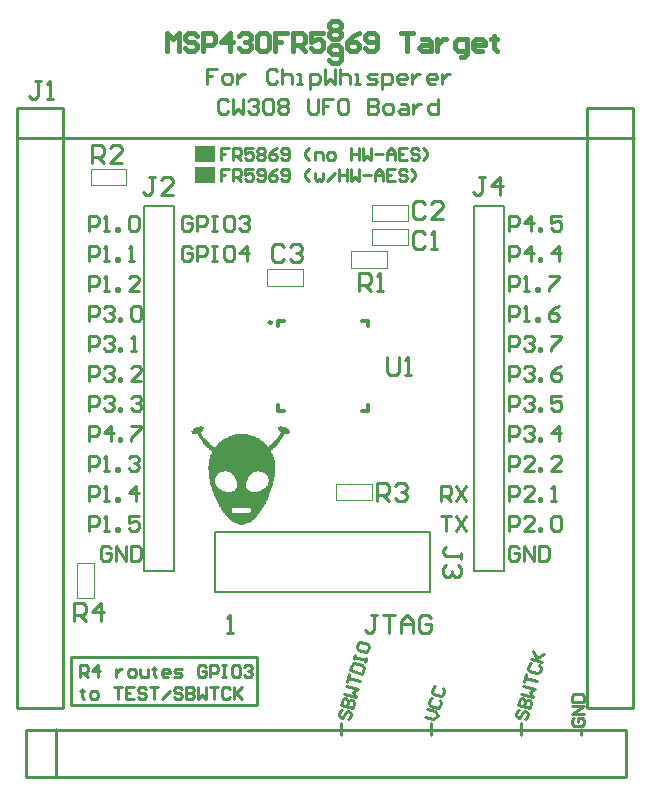
<source format=gto>
G04 Layer_Color=65535*
%FSLAX25Y25*%
%MOIN*%
G70*
G01*
G75*
%ADD16C,0.01000*%
%ADD31C,0.00984*%
%ADD32C,0.01181*%
%ADD33C,0.00394*%
%ADD34C,0.00787*%
%ADD35C,0.01500*%
%ADD36R,0.06500X0.05500*%
G36*
X188546Y216741D02*
X189400D01*
Y216527D01*
X189827D01*
Y216314D01*
X190254D01*
Y216100D01*
X190468D01*
Y215886D01*
X190682D01*
Y215673D01*
X190895D01*
Y215459D01*
X191109D01*
Y215246D01*
Y215032D01*
Y214818D01*
Y214605D01*
X190895D01*
Y214391D01*
X189186D01*
Y214177D01*
Y213964D01*
X188973D01*
Y213750D01*
X188759D01*
Y213536D01*
Y213323D01*
X188546D01*
Y213109D01*
Y212895D01*
X188332D01*
Y212682D01*
Y212468D01*
X188118D01*
Y212255D01*
X187905D01*
Y212041D01*
X187691D01*
Y211827D01*
Y211614D01*
X187477D01*
Y211400D01*
X187264D01*
Y211186D01*
X187050D01*
Y210973D01*
Y210759D01*
X186836D01*
Y210545D01*
X186623D01*
Y210332D01*
X186409D01*
Y210118D01*
X186196D01*
Y209905D01*
X185982D01*
Y209691D01*
X185768D01*
Y209477D01*
X185555D01*
Y209264D01*
X185341D01*
Y209050D01*
X184914D01*
Y208836D01*
X184700D01*
Y208623D01*
Y208409D01*
X184914D01*
Y208195D01*
Y207982D01*
X185127D01*
Y207768D01*
Y207555D01*
X185341D01*
Y207341D01*
Y207127D01*
Y206914D01*
X185555D01*
Y206700D01*
Y206486D01*
X185768D01*
Y206273D01*
Y206059D01*
Y205845D01*
Y205632D01*
X185982D01*
Y205418D01*
Y205205D01*
Y204991D01*
Y204777D01*
Y204564D01*
X186196D01*
Y204350D01*
Y204136D01*
Y203923D01*
Y203709D01*
Y203496D01*
Y203282D01*
Y203068D01*
Y202854D01*
Y202641D01*
Y202427D01*
Y202214D01*
Y202000D01*
Y201786D01*
Y201573D01*
Y201359D01*
Y201146D01*
X185982D01*
Y200932D01*
Y200718D01*
Y200504D01*
Y200291D01*
Y200077D01*
Y199864D01*
X185768D01*
Y199650D01*
Y199436D01*
Y199223D01*
Y199009D01*
Y198795D01*
X185555D01*
Y198582D01*
Y198368D01*
Y198154D01*
Y197941D01*
X185341D01*
Y197727D01*
Y197514D01*
Y197300D01*
Y197086D01*
X185127D01*
Y196873D01*
Y196659D01*
Y196446D01*
X184914D01*
Y196232D01*
Y196018D01*
Y195805D01*
Y195591D01*
X184700D01*
Y195377D01*
Y195164D01*
X184486D01*
Y194950D01*
Y194736D01*
Y194523D01*
X184273D01*
Y194309D01*
Y194096D01*
Y193882D01*
X184059D01*
Y193668D01*
Y193455D01*
X183845D01*
Y193241D01*
Y193027D01*
Y192814D01*
X183632D01*
Y192600D01*
Y192386D01*
X183418D01*
Y192173D01*
Y191959D01*
X183204D01*
Y191745D01*
Y191532D01*
X182991D01*
Y191318D01*
Y191104D01*
X182777D01*
Y190891D01*
Y190677D01*
X182564D01*
Y190464D01*
Y190250D01*
X182350D01*
Y190036D01*
X182136D01*
Y189823D01*
Y189609D01*
X181923D01*
Y189395D01*
Y189182D01*
X181709D01*
Y188968D01*
X181495D01*
Y188754D01*
Y188541D01*
X181282D01*
Y188327D01*
X181068D01*
Y188114D01*
Y187900D01*
X180854D01*
Y187686D01*
X180641D01*
Y187473D01*
X180427D01*
Y187259D01*
X180214D01*
Y187046D01*
X180000D01*
Y186832D01*
Y186618D01*
X179786D01*
Y186405D01*
X179573D01*
Y186191D01*
X179359D01*
Y185977D01*
X179146D01*
Y185764D01*
X178718D01*
Y185550D01*
X178505D01*
Y185336D01*
X178291D01*
Y185123D01*
X177864D01*
Y184909D01*
X177650D01*
Y184695D01*
X177223D01*
Y184482D01*
X176582D01*
Y184268D01*
X175941D01*
Y184055D01*
X174232D01*
Y184268D01*
X173377D01*
Y184482D01*
X172950D01*
Y184695D01*
X172523D01*
Y184909D01*
X172096D01*
Y185123D01*
X171882D01*
Y185336D01*
X171455D01*
Y185550D01*
X171241D01*
Y185764D01*
X171027D01*
Y185977D01*
X170814D01*
Y186191D01*
X170600D01*
Y186405D01*
X170386D01*
Y186618D01*
X170173D01*
Y186832D01*
X169959D01*
Y187046D01*
X169746D01*
Y187259D01*
X169532D01*
Y187473D01*
X169318D01*
Y187686D01*
Y187900D01*
X169105D01*
Y188114D01*
X168891D01*
Y188327D01*
X168677D01*
Y188541D01*
Y188754D01*
X168464D01*
Y188968D01*
X168250D01*
Y189182D01*
Y189395D01*
X168036D01*
Y189609D01*
Y189823D01*
X167823D01*
Y190036D01*
X167609D01*
Y190250D01*
Y190464D01*
X167395D01*
Y190677D01*
Y190891D01*
X167182D01*
Y191104D01*
Y191318D01*
X166968D01*
Y191532D01*
Y191745D01*
X166754D01*
Y191959D01*
Y192173D01*
X166541D01*
Y192386D01*
Y192600D01*
X166327D01*
Y192814D01*
Y193027D01*
X166114D01*
Y193241D01*
Y193455D01*
Y193668D01*
X165900D01*
Y193882D01*
Y194096D01*
X165686D01*
Y194309D01*
Y194523D01*
Y194736D01*
X165473D01*
Y194950D01*
Y195164D01*
Y195377D01*
X165259D01*
Y195591D01*
Y195805D01*
Y196018D01*
X165045D01*
Y196232D01*
Y196446D01*
Y196659D01*
X164832D01*
Y196873D01*
Y197086D01*
Y197300D01*
X164618D01*
Y197514D01*
Y197727D01*
Y197941D01*
Y198154D01*
X164404D01*
Y198368D01*
Y198582D01*
Y198795D01*
Y199009D01*
Y199223D01*
X164191D01*
Y199436D01*
Y199650D01*
Y199864D01*
Y200077D01*
Y200291D01*
X163977D01*
Y200504D01*
Y200718D01*
Y200932D01*
Y201146D01*
Y201359D01*
Y201573D01*
Y201786D01*
Y202000D01*
Y202214D01*
X163764D01*
Y202427D01*
Y202641D01*
Y202854D01*
Y203068D01*
Y203282D01*
Y203496D01*
Y203709D01*
X163977D01*
Y203923D01*
Y204136D01*
Y204350D01*
Y204564D01*
Y204777D01*
Y204991D01*
Y205205D01*
X164191D01*
Y205418D01*
Y205632D01*
Y205845D01*
Y206059D01*
X164404D01*
Y206273D01*
Y206486D01*
Y206700D01*
X164618D01*
Y206914D01*
Y207127D01*
Y207341D01*
X164832D01*
Y207555D01*
Y207768D01*
X165045D01*
Y207982D01*
Y208195D01*
X165259D01*
Y208409D01*
X165045D01*
Y208623D01*
X164832D01*
Y208836D01*
X164404D01*
Y209050D01*
X164191D01*
Y209264D01*
X163977D01*
Y209477D01*
X163764D01*
Y209691D01*
X163550D01*
Y209905D01*
X163336D01*
Y210118D01*
X163123D01*
Y210332D01*
X162909D01*
Y210545D01*
X162696D01*
Y210759D01*
X162482D01*
Y210973D01*
X162268D01*
Y211186D01*
Y211400D01*
X162055D01*
Y211614D01*
X161841D01*
Y211827D01*
X161627D01*
Y212041D01*
Y212255D01*
X161414D01*
Y212468D01*
X161200D01*
Y212682D01*
Y212895D01*
X160986D01*
Y213109D01*
X160773D01*
Y213323D01*
Y213536D01*
X160559D01*
Y213750D01*
Y213964D01*
X160345D01*
Y214177D01*
Y214391D01*
X158423D01*
Y214605D01*
Y214818D01*
X158209D01*
Y215032D01*
Y215246D01*
X158423D01*
Y215459D01*
X158636D01*
Y215673D01*
X158850D01*
Y215886D01*
X159064D01*
Y216100D01*
X159277D01*
Y216314D01*
X159704D01*
Y216527D01*
X160132D01*
Y216741D01*
X160986D01*
Y216955D01*
X161841D01*
Y216741D01*
X162268D01*
Y216527D01*
X162482D01*
Y216314D01*
Y216100D01*
X162268D01*
Y215886D01*
Y215673D01*
X162055D01*
Y215459D01*
X161841D01*
Y215246D01*
X161627D01*
Y215032D01*
X161414D01*
Y214818D01*
Y214605D01*
Y214391D01*
X161627D01*
Y214177D01*
X161841D01*
Y213964D01*
Y213750D01*
X162055D01*
Y213536D01*
X162268D01*
Y213323D01*
Y213109D01*
X162482D01*
Y212895D01*
X162696D01*
Y212682D01*
X162909D01*
Y212468D01*
X163123D01*
Y212255D01*
X163336D01*
Y212041D01*
X163550D01*
Y211827D01*
X163764D01*
Y211614D01*
X163977D01*
Y211400D01*
X164191D01*
Y211186D01*
X164404D01*
Y210973D01*
X164618D01*
Y210759D01*
X164832D01*
Y210545D01*
X165259D01*
Y210332D01*
X165473D01*
Y210118D01*
X165900D01*
Y209905D01*
X166327D01*
Y210118D01*
X166541D01*
Y210332D01*
X166754D01*
Y210545D01*
Y210759D01*
X166968D01*
Y210973D01*
X167182D01*
Y211186D01*
X167395D01*
Y211400D01*
X167609D01*
Y211614D01*
X168036D01*
Y211827D01*
X168250D01*
Y212041D01*
X168464D01*
Y212255D01*
X168891D01*
Y212468D01*
X169105D01*
Y212682D01*
X169532D01*
Y212895D01*
X169959D01*
Y213109D01*
X170386D01*
Y213323D01*
X170814D01*
Y213536D01*
X171241D01*
Y213750D01*
X171882D01*
Y213964D01*
X172736D01*
Y214177D01*
X174445D01*
Y214391D01*
X175727D01*
Y214177D01*
X177223D01*
Y213964D01*
X178077D01*
Y213750D01*
X178718D01*
Y213536D01*
X179359D01*
Y213323D01*
X179786D01*
Y213109D01*
X180214D01*
Y212895D01*
X180641D01*
Y212682D01*
X180854D01*
Y212468D01*
X181282D01*
Y212255D01*
X181495D01*
Y212041D01*
X181923D01*
Y211827D01*
X182136D01*
Y211614D01*
X182350D01*
Y211400D01*
X182564D01*
Y211186D01*
X182777D01*
Y210973D01*
X182991D01*
Y210759D01*
X183204D01*
Y210545D01*
X183418D01*
Y210332D01*
X183632D01*
Y210118D01*
X184059D01*
Y210332D01*
X184273D01*
Y210545D01*
X184486D01*
Y210759D01*
X184914D01*
Y210973D01*
X185127D01*
Y211186D01*
X185341D01*
Y211400D01*
X185555D01*
Y211614D01*
X185768D01*
Y211827D01*
X185982D01*
Y212041D01*
X186196D01*
Y212255D01*
X186409D01*
Y212468D01*
X186623D01*
Y212682D01*
X186836D01*
Y212895D01*
X187050D01*
Y213109D01*
Y213323D01*
X187264D01*
Y213536D01*
X187477D01*
Y213750D01*
Y213964D01*
X187691D01*
Y214177D01*
X187905D01*
Y214391D01*
Y214605D01*
X188118D01*
Y214818D01*
Y215032D01*
X187905D01*
Y215246D01*
X187691D01*
Y215459D01*
X187477D01*
Y215673D01*
X187264D01*
Y215886D01*
X187050D01*
Y216100D01*
Y216314D01*
Y216527D01*
X187264D01*
Y216741D01*
X187691D01*
Y216955D01*
X188546D01*
Y216741D01*
D02*
G37*
%LPC*%
G36*
X177864Y189609D02*
X171882D01*
Y189395D01*
Y189182D01*
Y188968D01*
Y188754D01*
Y188541D01*
Y188327D01*
Y188114D01*
X177864D01*
Y188327D01*
X178077D01*
Y188541D01*
Y188754D01*
Y188968D01*
Y189182D01*
Y189395D01*
X177864D01*
Y189609D01*
D02*
G37*
G36*
X169959Y202000D02*
X169105D01*
Y201786D01*
X168250D01*
Y201573D01*
X167823D01*
Y201359D01*
X167609D01*
Y201146D01*
X167182D01*
Y200932D01*
X166968D01*
Y200718D01*
X166754D01*
Y200504D01*
Y200291D01*
X166541D01*
Y200077D01*
X166327D01*
Y199864D01*
Y199650D01*
X166114D01*
Y199436D01*
Y199223D01*
Y199009D01*
Y198795D01*
Y198582D01*
Y198368D01*
Y198154D01*
Y197941D01*
Y197727D01*
X166327D01*
Y197514D01*
Y197300D01*
X166541D01*
Y197086D01*
X166754D01*
Y196873D01*
Y196659D01*
X166968D01*
Y196446D01*
X167182D01*
Y196232D01*
X167395D01*
Y196018D01*
X167823D01*
Y195805D01*
X168036D01*
Y195591D01*
X168464D01*
Y195377D01*
X168891D01*
Y195164D01*
X169532D01*
Y194950D01*
X171882D01*
Y195164D01*
X172523D01*
Y195377D01*
X172736D01*
Y195591D01*
X172950D01*
Y195805D01*
X173164D01*
Y196018D01*
Y196232D01*
X173377D01*
Y196446D01*
Y196659D01*
Y196873D01*
Y197086D01*
Y197300D01*
Y197514D01*
Y197727D01*
Y197941D01*
Y198154D01*
Y198368D01*
Y198582D01*
X173164D01*
Y198795D01*
Y199009D01*
Y199223D01*
X172950D01*
Y199436D01*
Y199650D01*
X172736D01*
Y199864D01*
Y200077D01*
X172523D01*
Y200291D01*
X172309D01*
Y200504D01*
X172096D01*
Y200718D01*
X171882D01*
Y200932D01*
X171668D01*
Y201146D01*
X171455D01*
Y201359D01*
X171241D01*
Y201573D01*
X170814D01*
Y201786D01*
X169959D01*
Y202000D01*
D02*
G37*
G36*
X180854D02*
X180000D01*
Y201786D01*
X179359D01*
Y201573D01*
X178932D01*
Y201359D01*
X178505D01*
Y201146D01*
X178291D01*
Y200932D01*
X178077D01*
Y200718D01*
X177864D01*
Y200504D01*
X177650D01*
Y200291D01*
X177436D01*
Y200077D01*
Y199864D01*
X177223D01*
Y199650D01*
Y199436D01*
X177009D01*
Y199223D01*
Y199009D01*
X176795D01*
Y198795D01*
Y198582D01*
Y198368D01*
Y198154D01*
X176582D01*
Y197941D01*
Y197727D01*
Y197514D01*
Y197300D01*
Y197086D01*
Y196873D01*
Y196659D01*
Y196446D01*
X176795D01*
Y196232D01*
Y196018D01*
X177009D01*
Y195805D01*
X177223D01*
Y195591D01*
X177436D01*
Y195377D01*
X177650D01*
Y195164D01*
X178077D01*
Y194950D01*
X180427D01*
Y195164D01*
X181068D01*
Y195377D01*
X181495D01*
Y195591D01*
X181923D01*
Y195805D01*
X182350D01*
Y196018D01*
X182564D01*
Y196232D01*
X182777D01*
Y196446D01*
X182991D01*
Y196659D01*
X183204D01*
Y196873D01*
X183418D01*
Y197086D01*
X183632D01*
Y197300D01*
Y197514D01*
X183845D01*
Y197727D01*
Y197941D01*
Y198154D01*
X184059D01*
Y198368D01*
Y198582D01*
Y198795D01*
Y199009D01*
Y199223D01*
X183845D01*
Y199436D01*
Y199650D01*
Y199864D01*
X183632D01*
Y200077D01*
Y200291D01*
X183418D01*
Y200504D01*
X183204D01*
Y200718D01*
X182991D01*
Y200932D01*
X182777D01*
Y201146D01*
X182564D01*
Y201359D01*
X182136D01*
Y201573D01*
X181709D01*
Y201786D01*
X180854D01*
Y202000D01*
D02*
G37*
%LPD*%
D16*
X288000Y114000D02*
Y116000D01*
X268000Y114000D02*
Y118000D01*
X238000Y114000D02*
Y118000D01*
X208000Y114000D02*
Y118000D01*
X118000Y124000D02*
Y140000D01*
Y124000D02*
X180000D01*
Y140000D01*
X118000D02*
X180000D01*
X305500Y123000D02*
Y323000D01*
X100126Y313000D02*
X115874D01*
X100126Y323000D02*
X115500D01*
Y123000D02*
Y323000D01*
X100126Y123000D02*
X115500D01*
X100126D02*
Y323000D01*
X113000Y100126D02*
Y115874D01*
X103000Y100126D02*
Y115500D01*
X303000D01*
Y100126D02*
Y115500D01*
X103000Y100126D02*
X303000D01*
X290126Y313000D02*
X305874D01*
X290126Y323000D02*
X305500D01*
X290126Y123000D02*
X305500D01*
X290126D02*
Y323000D01*
X115874Y313000D02*
X290126D01*
X121000Y133198D02*
Y137197D01*
X122999D01*
X123666Y136531D01*
Y135198D01*
X122999Y134531D01*
X121000D01*
X122333D02*
X123666Y133198D01*
X126998D02*
Y137197D01*
X124999Y135198D01*
X127664D01*
X132996Y135864D02*
Y133198D01*
Y134531D01*
X133663Y135198D01*
X134329Y135864D01*
X134995D01*
X137661Y133198D02*
X138994D01*
X139661Y133865D01*
Y135198D01*
X138994Y135864D01*
X137661D01*
X136995Y135198D01*
Y133865D01*
X137661Y133198D01*
X140994Y135864D02*
Y133865D01*
X141660Y133198D01*
X143659D01*
Y135864D01*
X145659Y136531D02*
Y135864D01*
X144992D01*
X146325D01*
X145659D01*
Y133865D01*
X146325Y133198D01*
X150324D02*
X148991D01*
X148325Y133865D01*
Y135198D01*
X148991Y135864D01*
X150324D01*
X150990Y135198D01*
Y134531D01*
X148325D01*
X152323Y133198D02*
X154323D01*
X154989Y133865D01*
X154323Y134531D01*
X152990D01*
X152323Y135198D01*
X152990Y135864D01*
X154989D01*
X162986Y136531D02*
X162320Y137197D01*
X160987D01*
X160321Y136531D01*
Y133865D01*
X160987Y133198D01*
X162320D01*
X162986Y133865D01*
Y135198D01*
X161653D01*
X164319Y133198D02*
Y137197D01*
X166319D01*
X166985Y136531D01*
Y135198D01*
X166319Y134531D01*
X164319D01*
X168318Y137197D02*
X169651D01*
X168984D01*
Y133198D01*
X168318D01*
X169651D01*
X173650Y137197D02*
X172317D01*
X171650Y136531D01*
Y133865D01*
X172317Y133198D01*
X173650D01*
X174316Y133865D01*
Y136531D01*
X173650Y137197D01*
X175649Y136531D02*
X176315Y137197D01*
X177648D01*
X178315Y136531D01*
Y135864D01*
X177648Y135198D01*
X176982D01*
X177648D01*
X178315Y134531D01*
Y133865D01*
X177648Y133198D01*
X176315D01*
X175649Y133865D01*
X121667Y129332D02*
Y128666D01*
X121000D01*
X122333D01*
X121667D01*
Y126666D01*
X122333Y126000D01*
X124999D02*
X126332D01*
X126998Y126666D01*
Y127999D01*
X126332Y128666D01*
X124999D01*
X124332Y127999D01*
Y126666D01*
X124999Y126000D01*
X132330Y129999D02*
X134995D01*
X133663D01*
Y126000D01*
X138994Y129999D02*
X136328D01*
Y126000D01*
X138994D01*
X136328Y127999D02*
X137661D01*
X142993Y129332D02*
X142326Y129999D01*
X140994D01*
X140327Y129332D01*
Y128666D01*
X140994Y127999D01*
X142326D01*
X142993Y127333D01*
Y126666D01*
X142326Y126000D01*
X140994D01*
X140327Y126666D01*
X144326Y129999D02*
X146992D01*
X145659D01*
Y126000D01*
X148325D02*
X150990Y128666D01*
X154989Y129332D02*
X154323Y129999D01*
X152990D01*
X152323Y129332D01*
Y128666D01*
X152990Y127999D01*
X154323D01*
X154989Y127333D01*
Y126666D01*
X154323Y126000D01*
X152990D01*
X152323Y126666D01*
X156322Y129999D02*
Y126000D01*
X158321D01*
X158988Y126666D01*
Y127333D01*
X158321Y127999D01*
X156322D01*
X158321D01*
X158988Y128666D01*
Y129332D01*
X158321Y129999D01*
X156322D01*
X160321D02*
Y126000D01*
X161653Y127333D01*
X162986Y126000D01*
Y129999D01*
X164319D02*
X166985D01*
X165652D01*
Y126000D01*
X170984Y129332D02*
X170317Y129999D01*
X168984D01*
X168318Y129332D01*
Y126666D01*
X168984Y126000D01*
X170317D01*
X170984Y126666D01*
X172317Y129999D02*
Y126000D01*
Y127333D01*
X174983Y129999D01*
X172983Y127999D01*
X174983Y126000D01*
X166832Y336063D02*
X163500D01*
Y333563D01*
X165166D01*
X163500D01*
Y331064D01*
X169331D02*
X170998D01*
X171831Y331897D01*
Y333563D01*
X170998Y334397D01*
X169331D01*
X168498Y333563D01*
Y331897D01*
X169331Y331064D01*
X173497Y334397D02*
Y331064D01*
Y332730D01*
X174330Y333563D01*
X175163Y334397D01*
X175996D01*
X186826Y335229D02*
X185993Y336063D01*
X184327D01*
X183493Y335229D01*
Y331897D01*
X184327Y331064D01*
X185993D01*
X186826Y331897D01*
X188492Y336063D02*
Y331064D01*
Y333563D01*
X189325Y334397D01*
X190991D01*
X191824Y333563D01*
Y331064D01*
X193490D02*
X195156D01*
X194323D01*
Y334397D01*
X193490D01*
X197656Y329398D02*
Y334397D01*
X200155D01*
X200988Y333563D01*
Y331897D01*
X200155Y331064D01*
X197656D01*
X202654Y336063D02*
Y331064D01*
X204320Y332730D01*
X205986Y331064D01*
Y336063D01*
X207652D02*
Y331064D01*
Y333563D01*
X208485Y334397D01*
X210152D01*
X210985Y333563D01*
Y331064D01*
X212651D02*
X214317D01*
X213484D01*
Y334397D01*
X212651D01*
X216816Y331064D02*
X219315D01*
X220148Y331897D01*
X219315Y332730D01*
X217649D01*
X216816Y333563D01*
X217649Y334397D01*
X220148D01*
X221814Y329398D02*
Y334397D01*
X224314D01*
X225147Y333563D01*
Y331897D01*
X224314Y331064D01*
X221814D01*
X229312D02*
X227646D01*
X226813Y331897D01*
Y333563D01*
X227646Y334397D01*
X229312D01*
X230145Y333563D01*
Y332730D01*
X226813D01*
X231811Y334397D02*
Y331064D01*
Y332730D01*
X232644Y333563D01*
X233477Y334397D01*
X234310D01*
X239309Y331064D02*
X237643D01*
X236810Y331897D01*
Y333563D01*
X237643Y334397D01*
X239309D01*
X240142Y333563D01*
Y332730D01*
X236810D01*
X241808Y334397D02*
Y331064D01*
Y332730D01*
X242641Y333563D01*
X243474Y334397D01*
X244307D01*
X170581Y325165D02*
X169748Y325998D01*
X168082D01*
X167249Y325165D01*
Y321833D01*
X168082Y321000D01*
X169748D01*
X170581Y321833D01*
X172247Y325998D02*
Y321000D01*
X173913Y322666D01*
X175579Y321000D01*
Y325998D01*
X177245Y325165D02*
X178079Y325998D01*
X179745D01*
X180578Y325165D01*
Y324332D01*
X179745Y323499D01*
X178912D01*
X179745D01*
X180578Y322666D01*
Y321833D01*
X179745Y321000D01*
X178079D01*
X177245Y321833D01*
X182244Y325165D02*
X183077Y325998D01*
X184743D01*
X185576Y325165D01*
Y321833D01*
X184743Y321000D01*
X183077D01*
X182244Y321833D01*
Y325165D01*
X187242D02*
X188075Y325998D01*
X189742D01*
X190575Y325165D01*
Y324332D01*
X189742Y323499D01*
X190575Y322666D01*
Y321833D01*
X189742Y321000D01*
X188075D01*
X187242Y321833D01*
Y322666D01*
X188075Y323499D01*
X187242Y324332D01*
Y325165D01*
X188075Y323499D02*
X189742D01*
X197239Y325998D02*
Y321833D01*
X198072Y321000D01*
X199738D01*
X200571Y321833D01*
Y325998D01*
X205570D02*
X202237D01*
Y323499D01*
X203904D01*
X202237D01*
Y321000D01*
X209735Y325998D02*
X208069D01*
X207236Y325165D01*
Y321833D01*
X208069Y321000D01*
X209735D01*
X210568Y321833D01*
Y325165D01*
X209735Y325998D01*
X217233D02*
Y321000D01*
X219732D01*
X220565Y321833D01*
Y322666D01*
X219732Y323499D01*
X217233D01*
X219732D01*
X220565Y324332D01*
Y325165D01*
X219732Y325998D01*
X217233D01*
X223064Y321000D02*
X224730D01*
X225563Y321833D01*
Y323499D01*
X224730Y324332D01*
X223064D01*
X222231Y323499D01*
Y321833D01*
X223064Y321000D01*
X228062Y324332D02*
X229729D01*
X230562Y323499D01*
Y321000D01*
X228062D01*
X227229Y321833D01*
X228062Y322666D01*
X230562D01*
X232228Y324332D02*
Y321000D01*
Y322666D01*
X233061Y323499D01*
X233894Y324332D01*
X234727D01*
X240558Y325998D02*
Y321000D01*
X238059D01*
X237226Y321833D01*
Y323499D01*
X238059Y324332D01*
X240558D01*
X170666Y309697D02*
X168000D01*
Y307698D01*
X169333D01*
X168000D01*
Y305698D01*
X171999D02*
Y309697D01*
X173998D01*
X174664Y309031D01*
Y307698D01*
X173998Y307031D01*
X171999D01*
X173332D02*
X174664Y305698D01*
X178663Y309697D02*
X175997D01*
Y307698D01*
X177330Y308364D01*
X177997D01*
X178663Y307698D01*
Y306365D01*
X177997Y305698D01*
X176664D01*
X175997Y306365D01*
X179996Y309031D02*
X180663Y309697D01*
X181995D01*
X182662Y309031D01*
Y308364D01*
X181995Y307698D01*
X182662Y307031D01*
Y306365D01*
X181995Y305698D01*
X180663D01*
X179996Y306365D01*
Y307031D01*
X180663Y307698D01*
X179996Y308364D01*
Y309031D01*
X180663Y307698D02*
X181995D01*
X186661Y309697D02*
X185328Y309031D01*
X183995Y307698D01*
Y306365D01*
X184661Y305698D01*
X185994D01*
X186661Y306365D01*
Y307031D01*
X185994Y307698D01*
X183995D01*
X187994Y306365D02*
X188660Y305698D01*
X189993D01*
X190659Y306365D01*
Y309031D01*
X189993Y309697D01*
X188660D01*
X187994Y309031D01*
Y308364D01*
X188660Y307698D01*
X190659D01*
X197324Y305698D02*
X195991Y307031D01*
Y308364D01*
X197324Y309697D01*
X199323Y305698D02*
Y308364D01*
X201323D01*
X201989Y307698D01*
Y305698D01*
X203988D02*
X205321D01*
X205988Y306365D01*
Y307698D01*
X205321Y308364D01*
X203988D01*
X203322Y307698D01*
Y306365D01*
X203988Y305698D01*
X211319Y309697D02*
Y305698D01*
Y307698D01*
X213985D01*
Y309697D01*
Y305698D01*
X215318Y309697D02*
Y305698D01*
X216651Y307031D01*
X217984Y305698D01*
Y309697D01*
X219317Y307698D02*
X221983D01*
X223316Y305698D02*
Y308364D01*
X224648Y309697D01*
X225981Y308364D01*
Y305698D01*
Y307698D01*
X223316D01*
X229980Y309697D02*
X227314D01*
Y305698D01*
X229980D01*
X227314Y307698D02*
X228647D01*
X233979Y309031D02*
X233312Y309697D01*
X231979D01*
X231313Y309031D01*
Y308364D01*
X231979Y307698D01*
X233312D01*
X233979Y307031D01*
Y306365D01*
X233312Y305698D01*
X231979D01*
X231313Y306365D01*
X235312Y305698D02*
X236645Y307031D01*
Y308364D01*
X235312Y309697D01*
X170666Y302499D02*
X168000D01*
Y300499D01*
X169333D01*
X168000D01*
Y298500D01*
X171999D02*
Y302499D01*
X173998D01*
X174664Y301832D01*
Y300499D01*
X173998Y299833D01*
X171999D01*
X173332D02*
X174664Y298500D01*
X178663Y302499D02*
X175997D01*
Y300499D01*
X177330Y301166D01*
X177997D01*
X178663Y300499D01*
Y299166D01*
X177997Y298500D01*
X176664D01*
X175997Y299166D01*
X179996D02*
X180663Y298500D01*
X181995D01*
X182662Y299166D01*
Y301832D01*
X181995Y302499D01*
X180663D01*
X179996Y301832D01*
Y301166D01*
X180663Y300499D01*
X182662D01*
X186661Y302499D02*
X185328Y301832D01*
X183995Y300499D01*
Y299166D01*
X184661Y298500D01*
X185994D01*
X186661Y299166D01*
Y299833D01*
X185994Y300499D01*
X183995D01*
X187994Y299166D02*
X188660Y298500D01*
X189993D01*
X190659Y299166D01*
Y301832D01*
X189993Y302499D01*
X188660D01*
X187994Y301832D01*
Y301166D01*
X188660Y300499D01*
X190659D01*
X197324Y298500D02*
X195991Y299833D01*
Y301166D01*
X197324Y302499D01*
X199323Y301166D02*
Y299166D01*
X199990Y298500D01*
X200656Y299166D01*
X201323Y298500D01*
X201989Y299166D01*
Y301166D01*
X203322Y298500D02*
X205988Y301166D01*
X207321Y302499D02*
Y298500D01*
Y300499D01*
X209986D01*
Y302499D01*
Y298500D01*
X211319Y302499D02*
Y298500D01*
X212652Y299833D01*
X213985Y298500D01*
Y302499D01*
X215318Y300499D02*
X217984D01*
X219317Y298500D02*
Y301166D01*
X220650Y302499D01*
X221983Y301166D01*
Y298500D01*
Y300499D01*
X219317D01*
X225981Y302499D02*
X223316D01*
Y298500D01*
X225981D01*
X223316Y300499D02*
X224648D01*
X229980Y301832D02*
X229313Y302499D01*
X227981D01*
X227314Y301832D01*
Y301166D01*
X227981Y300499D01*
X229313D01*
X229980Y299833D01*
Y299166D01*
X229313Y298500D01*
X227981D01*
X227314Y299166D01*
X231313Y298500D02*
X232646Y299833D01*
Y301166D01*
X231313Y302499D01*
X285668Y119666D02*
X285001Y118999D01*
Y117666D01*
X285668Y117000D01*
X288334D01*
X289000Y117666D01*
Y118999D01*
X288334Y119666D01*
X287001D01*
Y118333D01*
X289000Y120999D02*
X285001D01*
X289000Y123664D01*
X285001D01*
Y124997D02*
X289000D01*
Y126997D01*
X288334Y127663D01*
X285668D01*
X285001Y126997D01*
Y124997D01*
X236138Y120035D02*
X238713Y119345D01*
X240345Y120288D01*
X239403Y121920D01*
X236827Y122610D01*
X238506Y126300D02*
X237690Y125829D01*
X237345Y124541D01*
X237816Y123725D01*
X240391Y123035D01*
X241207Y123506D01*
X241552Y124794D01*
X241081Y125610D01*
X239541Y130162D02*
X238725Y129691D01*
X238380Y128404D01*
X238851Y127587D01*
X241426Y126897D01*
X242242Y127369D01*
X242587Y128656D01*
X242116Y129472D01*
X208471Y122437D02*
X207655Y121966D01*
X207310Y120679D01*
X207781Y119862D01*
X208425Y119690D01*
X209241Y120161D01*
X209586Y121449D01*
X210402Y121920D01*
X211046Y121748D01*
X211518Y120931D01*
X211173Y119644D01*
X210356Y119173D01*
X208172Y123897D02*
X212035Y122863D01*
X212552Y124794D01*
X212081Y125610D01*
X211437Y125782D01*
X210621Y125311D01*
X210104Y123380D01*
X210621Y125311D01*
X210150Y126127D01*
X209506Y126300D01*
X208690Y125829D01*
X208172Y123897D01*
X209207Y127760D02*
X213070Y126725D01*
X212127Y128357D01*
X213760Y129300D01*
X209897Y130335D01*
X210242Y131622D02*
X210932Y134197D01*
X210587Y132910D01*
X214450Y131875D01*
X211277Y135485D02*
X215140Y134450D01*
X215657Y136381D01*
X215186Y137197D01*
X212611Y137887D01*
X211795Y137416D01*
X211277Y135485D01*
X212312Y139347D02*
X212657Y140635D01*
X212485Y139991D01*
X216347Y138956D01*
X216175Y138312D01*
X216520Y139600D01*
X213692Y144497D02*
X213347Y143210D01*
X213818Y142394D01*
X216393Y141703D01*
X217210Y142175D01*
X217555Y143462D01*
X217083Y144279D01*
X214508Y144968D01*
X213692Y144497D01*
X267471Y122437D02*
X266655Y121966D01*
X266310Y120679D01*
X266781Y119862D01*
X267425Y119690D01*
X268241Y120161D01*
X268586Y121449D01*
X269403Y121920D01*
X270046Y121748D01*
X270517Y120931D01*
X270173Y119644D01*
X269356Y119173D01*
X267173Y123897D02*
X271035Y122863D01*
X271552Y124794D01*
X271081Y125610D01*
X270437Y125782D01*
X269621Y125311D01*
X269104Y123380D01*
X269621Y125311D01*
X269150Y126127D01*
X268506Y126300D01*
X267690Y125829D01*
X267173Y123897D01*
X268207Y127760D02*
X272070Y126725D01*
X271127Y128357D01*
X272760Y129300D01*
X268897Y130335D01*
X269242Y131622D02*
X269932Y134197D01*
X269587Y132910D01*
X273450Y131875D01*
X271611Y137887D02*
X270795Y137416D01*
X270450Y136128D01*
X270921Y135312D01*
X273496Y134622D01*
X274312Y135094D01*
X274657Y136381D01*
X274186Y137197D01*
X271312Y139347D02*
X275175Y138312D01*
X273887Y138657D01*
X272002Y141922D01*
X273416Y139473D01*
X275865Y140887D01*
X119000Y152000D02*
Y157998D01*
X121999D01*
X122999Y156998D01*
Y154999D01*
X121999Y153999D01*
X119000D01*
X120999D02*
X122999Y152000D01*
X127997D02*
Y157998D01*
X124998Y154999D01*
X128997D01*
X158332Y276165D02*
X157499Y276998D01*
X155833D01*
X155000Y276165D01*
Y272833D01*
X155833Y272000D01*
X157499D01*
X158332Y272833D01*
Y274499D01*
X156666D01*
X159998Y272000D02*
Y276998D01*
X162498D01*
X163331Y276165D01*
Y274499D01*
X162498Y273666D01*
X159998D01*
X164997Y276998D02*
X166663D01*
X165830D01*
Y272000D01*
X164997D01*
X166663D01*
X171661Y276998D02*
X169995D01*
X169162Y276165D01*
Y272833D01*
X169995Y272000D01*
X171661D01*
X172494Y272833D01*
Y276165D01*
X171661Y276998D01*
X176660Y272000D02*
Y276998D01*
X174161Y274499D01*
X177493D01*
X158332Y286165D02*
X157499Y286998D01*
X155833D01*
X155000Y286165D01*
Y282833D01*
X155833Y282000D01*
X157499D01*
X158332Y282833D01*
Y284499D01*
X156666D01*
X159998Y282000D02*
Y286998D01*
X162498D01*
X163331Y286165D01*
Y284499D01*
X162498Y283666D01*
X159998D01*
X164997Y286998D02*
X166663D01*
X165830D01*
Y282000D01*
X164997D01*
X166663D01*
X171661Y286998D02*
X169995D01*
X169162Y286165D01*
Y282833D01*
X169995Y282000D01*
X171661D01*
X172494Y282833D01*
Y286165D01*
X171661Y286998D01*
X174161Y286165D02*
X174994Y286998D01*
X176660D01*
X177493Y286165D01*
Y285332D01*
X176660Y284499D01*
X175827D01*
X176660D01*
X177493Y283666D01*
Y282833D01*
X176660Y282000D01*
X174994D01*
X174161Y282833D01*
X241500Y186998D02*
X244832D01*
X243166D01*
Y182000D01*
X246498Y186998D02*
X249831Y182000D01*
Y186998D02*
X246498Y182000D01*
X241500Y192000D02*
Y196998D01*
X243999D01*
X244832Y196165D01*
Y194499D01*
X243999Y193666D01*
X241500D01*
X243166D02*
X244832Y192000D01*
X246498Y196998D02*
X249831Y192000D01*
Y196998D02*
X246498Y192000D01*
X235999Y280998D02*
X234999Y281998D01*
X233000D01*
X232000Y280998D01*
Y277000D01*
X233000Y276000D01*
X234999D01*
X235999Y277000D01*
X237998Y276000D02*
X239997D01*
X238998D01*
Y281998D01*
X237998Y280998D01*
X235999Y290998D02*
X234999Y291998D01*
X233000D01*
X232000Y290998D01*
Y287000D01*
X233000Y286000D01*
X234999D01*
X235999Y287000D01*
X241997Y286000D02*
X237998D01*
X241997Y289999D01*
Y290998D01*
X240997Y291998D01*
X238998D01*
X237998Y290998D01*
X188999Y276498D02*
X187999Y277498D01*
X186000D01*
X185000Y276498D01*
Y272500D01*
X186000Y271500D01*
X187999D01*
X188999Y272500D01*
X190998Y276498D02*
X191998Y277498D01*
X193997D01*
X194997Y276498D01*
Y275499D01*
X193997Y274499D01*
X192997D01*
X193997D01*
X194997Y273499D01*
Y272500D01*
X193997Y271500D01*
X191998D01*
X190998Y272500D01*
X107999Y331998D02*
X105999D01*
X106999D01*
Y327000D01*
X105999Y326000D01*
X105000D01*
X104000Y327000D01*
X109998Y326000D02*
X111997D01*
X110998D01*
Y331998D01*
X109998Y330998D01*
X214000Y262000D02*
Y267998D01*
X216999D01*
X217999Y266998D01*
Y264999D01*
X216999Y263999D01*
X214000D01*
X215999D02*
X217999Y262000D01*
X219998D02*
X221997D01*
X220998D01*
Y267998D01*
X219998Y266998D01*
X125154Y304500D02*
Y310498D01*
X128153D01*
X129152Y309498D01*
Y307499D01*
X128153Y306499D01*
X125154D01*
X127153D02*
X129152Y304500D01*
X135150D02*
X131152D01*
X135150Y308499D01*
Y309498D01*
X134151Y310498D01*
X132151D01*
X131152Y309498D01*
X220000Y192000D02*
Y197998D01*
X222999D01*
X223999Y196998D01*
Y194999D01*
X222999Y193999D01*
X220000D01*
X221999D02*
X223999Y192000D01*
X225998Y196998D02*
X226998Y197998D01*
X228997D01*
X229997Y196998D01*
Y195999D01*
X228997Y194999D01*
X227997D01*
X228997D01*
X229997Y193999D01*
Y193000D01*
X228997Y192000D01*
X226998D01*
X225998Y193000D01*
X223500Y240120D02*
Y235122D01*
X224500Y234122D01*
X226499D01*
X227499Y235122D01*
Y240120D01*
X229498Y234122D02*
X231497D01*
X230498D01*
Y240120D01*
X229498Y239120D01*
X145999Y299998D02*
X143999D01*
X144999D01*
Y295000D01*
X143999Y294000D01*
X143000D01*
X142000Y295000D01*
X151997Y294000D02*
X147998D01*
X151997Y297999D01*
Y298998D01*
X150997Y299998D01*
X148998D01*
X147998Y298998D01*
X247998Y172501D02*
Y174501D01*
Y173501D01*
X243000D01*
X242000Y174501D01*
Y175500D01*
X243000Y176500D01*
X246998Y170502D02*
X247998Y169502D01*
Y167503D01*
X246998Y166503D01*
X245999D01*
X244999Y167503D01*
Y168503D01*
Y167503D01*
X243999Y166503D01*
X243000D01*
X242000Y167503D01*
Y169502D01*
X243000Y170502D01*
X255999Y299998D02*
X253999D01*
X254999D01*
Y295000D01*
X253999Y294000D01*
X253000D01*
X252000Y295000D01*
X260997Y294000D02*
Y299998D01*
X257998Y296999D01*
X261997D01*
X219999Y153998D02*
X217999D01*
X218999D01*
Y149000D01*
X217999Y148000D01*
X217000D01*
X216000Y149000D01*
X221998Y153998D02*
X225997D01*
X223997D01*
Y148000D01*
X227996D02*
Y151999D01*
X229995Y153998D01*
X231995Y151999D01*
Y148000D01*
Y150999D01*
X227996D01*
X237993Y152998D02*
X236993Y153998D01*
X234994D01*
X233994Y152998D01*
Y149000D01*
X234994Y148000D01*
X236993D01*
X237993Y149000D01*
Y150999D01*
X235994D01*
X170000Y148000D02*
X171999D01*
X171000D01*
Y153998D01*
X170000Y152998D01*
X264000Y282000D02*
Y286998D01*
X266499D01*
X267332Y286165D01*
Y284499D01*
X266499Y283666D01*
X264000D01*
X271498Y282000D02*
Y286998D01*
X268998Y284499D01*
X272331D01*
X273997Y282000D02*
Y282833D01*
X274830D01*
Y282000D01*
X273997D01*
X281494Y286998D02*
X278162D01*
Y284499D01*
X279828Y285332D01*
X280661D01*
X281494Y284499D01*
Y282833D01*
X280661Y282000D01*
X278995D01*
X278162Y282833D01*
X264000Y272000D02*
Y276998D01*
X266499D01*
X267332Y276165D01*
Y274499D01*
X266499Y273666D01*
X264000D01*
X271498Y272000D02*
Y276998D01*
X268998Y274499D01*
X272331D01*
X273997Y272000D02*
Y272833D01*
X274830D01*
Y272000D01*
X273997D01*
X280661D02*
Y276998D01*
X278162Y274499D01*
X281494D01*
X264000Y262000D02*
Y266998D01*
X266499D01*
X267332Y266165D01*
Y264499D01*
X266499Y263666D01*
X264000D01*
X268998Y262000D02*
X270665D01*
X269831D01*
Y266998D01*
X268998Y266165D01*
X273164Y262000D02*
Y262833D01*
X273997D01*
Y262000D01*
X273164D01*
X277329Y266998D02*
X280661D01*
Y266165D01*
X277329Y262833D01*
Y262000D01*
X264000Y252000D02*
Y256998D01*
X266499D01*
X267332Y256165D01*
Y254499D01*
X266499Y253666D01*
X264000D01*
X268998Y252000D02*
X270665D01*
X269831D01*
Y256998D01*
X268998Y256165D01*
X273164Y252000D02*
Y252833D01*
X273997D01*
Y252000D01*
X273164D01*
X280661Y256998D02*
X278995Y256165D01*
X277329Y254499D01*
Y252833D01*
X278162Y252000D01*
X279828D01*
X280661Y252833D01*
Y253666D01*
X279828Y254499D01*
X277329D01*
X264000Y242000D02*
Y246998D01*
X266499D01*
X267332Y246165D01*
Y244499D01*
X266499Y243666D01*
X264000D01*
X268998Y246165D02*
X269831Y246998D01*
X271498D01*
X272331Y246165D01*
Y245332D01*
X271498Y244499D01*
X270665D01*
X271498D01*
X272331Y243666D01*
Y242833D01*
X271498Y242000D01*
X269831D01*
X268998Y242833D01*
X273997Y242000D02*
Y242833D01*
X274830D01*
Y242000D01*
X273997D01*
X278162Y246998D02*
X281494D01*
Y246165D01*
X278162Y242833D01*
Y242000D01*
X264000Y232000D02*
Y236998D01*
X266499D01*
X267332Y236165D01*
Y234499D01*
X266499Y233666D01*
X264000D01*
X268998Y236165D02*
X269831Y236998D01*
X271498D01*
X272331Y236165D01*
Y235332D01*
X271498Y234499D01*
X270665D01*
X271498D01*
X272331Y233666D01*
Y232833D01*
X271498Y232000D01*
X269831D01*
X268998Y232833D01*
X273997Y232000D02*
Y232833D01*
X274830D01*
Y232000D01*
X273997D01*
X281494Y236998D02*
X279828Y236165D01*
X278162Y234499D01*
Y232833D01*
X278995Y232000D01*
X280661D01*
X281494Y232833D01*
Y233666D01*
X280661Y234499D01*
X278162D01*
X264000Y222000D02*
Y226998D01*
X266499D01*
X267332Y226165D01*
Y224499D01*
X266499Y223666D01*
X264000D01*
X268998Y226165D02*
X269831Y226998D01*
X271498D01*
X272331Y226165D01*
Y225332D01*
X271498Y224499D01*
X270665D01*
X271498D01*
X272331Y223666D01*
Y222833D01*
X271498Y222000D01*
X269831D01*
X268998Y222833D01*
X273997Y222000D02*
Y222833D01*
X274830D01*
Y222000D01*
X273997D01*
X281494Y226998D02*
X278162D01*
Y224499D01*
X279828Y225332D01*
X280661D01*
X281494Y224499D01*
Y222833D01*
X280661Y222000D01*
X278995D01*
X278162Y222833D01*
X264000Y212000D02*
Y216998D01*
X266499D01*
X267332Y216165D01*
Y214499D01*
X266499Y213666D01*
X264000D01*
X268998Y216165D02*
X269831Y216998D01*
X271498D01*
X272331Y216165D01*
Y215332D01*
X271498Y214499D01*
X270665D01*
X271498D01*
X272331Y213666D01*
Y212833D01*
X271498Y212000D01*
X269831D01*
X268998Y212833D01*
X273997Y212000D02*
Y212833D01*
X274830D01*
Y212000D01*
X273997D01*
X280661D02*
Y216998D01*
X278162Y214499D01*
X281494D01*
X264000Y202000D02*
Y206998D01*
X266499D01*
X267332Y206165D01*
Y204499D01*
X266499Y203666D01*
X264000D01*
X272331Y202000D02*
X268998D01*
X272331Y205332D01*
Y206165D01*
X271498Y206998D01*
X269831D01*
X268998Y206165D01*
X273997Y202000D02*
Y202833D01*
X274830D01*
Y202000D01*
X273997D01*
X281494D02*
X278162D01*
X281494Y205332D01*
Y206165D01*
X280661Y206998D01*
X278995D01*
X278162Y206165D01*
X264000Y192000D02*
Y196998D01*
X266499D01*
X267332Y196165D01*
Y194499D01*
X266499Y193666D01*
X264000D01*
X272331Y192000D02*
X268998D01*
X272331Y195332D01*
Y196165D01*
X271498Y196998D01*
X269831D01*
X268998Y196165D01*
X273997Y192000D02*
Y192833D01*
X274830D01*
Y192000D01*
X273997D01*
X278162D02*
X279828D01*
X278995D01*
Y196998D01*
X278162Y196165D01*
X264000Y182000D02*
Y186998D01*
X266499D01*
X267332Y186165D01*
Y184499D01*
X266499Y183666D01*
X264000D01*
X272331Y182000D02*
X268998D01*
X272331Y185332D01*
Y186165D01*
X271498Y186998D01*
X269831D01*
X268998Y186165D01*
X273997Y182000D02*
Y182833D01*
X274830D01*
Y182000D01*
X273997D01*
X278162Y186165D02*
X278995Y186998D01*
X280661D01*
X281494Y186165D01*
Y182833D01*
X280661Y182000D01*
X278995D01*
X278162Y182833D01*
Y186165D01*
X267332Y176165D02*
X266499Y176998D01*
X264833D01*
X264000Y176165D01*
Y172833D01*
X264833Y172000D01*
X266499D01*
X267332Y172833D01*
Y174499D01*
X265666D01*
X268998Y172000D02*
Y176998D01*
X272331Y172000D01*
Y176998D01*
X273997D02*
Y172000D01*
X276496D01*
X277329Y172833D01*
Y176165D01*
X276496Y176998D01*
X273997D01*
X124000Y282000D02*
Y286998D01*
X126499D01*
X127332Y286165D01*
Y284499D01*
X126499Y283666D01*
X124000D01*
X128998Y282000D02*
X130665D01*
X129831D01*
Y286998D01*
X128998Y286165D01*
X133164Y282000D02*
Y282833D01*
X133997D01*
Y282000D01*
X133164D01*
X137329Y286165D02*
X138162Y286998D01*
X139828D01*
X140661Y286165D01*
Y282833D01*
X139828Y282000D01*
X138162D01*
X137329Y282833D01*
Y286165D01*
X124000Y272000D02*
Y276998D01*
X126499D01*
X127332Y276165D01*
Y274499D01*
X126499Y273666D01*
X124000D01*
X128998Y272000D02*
X130665D01*
X129831D01*
Y276998D01*
X128998Y276165D01*
X133164Y272000D02*
Y272833D01*
X133997D01*
Y272000D01*
X133164D01*
X137329D02*
X138995D01*
X138162D01*
Y276998D01*
X137329Y276165D01*
X124000Y262000D02*
Y266998D01*
X126499D01*
X127332Y266165D01*
Y264499D01*
X126499Y263666D01*
X124000D01*
X128998Y262000D02*
X130665D01*
X129831D01*
Y266998D01*
X128998Y266165D01*
X133164Y262000D02*
Y262833D01*
X133997D01*
Y262000D01*
X133164D01*
X140661D02*
X137329D01*
X140661Y265332D01*
Y266165D01*
X139828Y266998D01*
X138162D01*
X137329Y266165D01*
X124000Y252000D02*
Y256998D01*
X126499D01*
X127332Y256165D01*
Y254499D01*
X126499Y253666D01*
X124000D01*
X128998Y256165D02*
X129831Y256998D01*
X131498D01*
X132331Y256165D01*
Y255332D01*
X131498Y254499D01*
X130665D01*
X131498D01*
X132331Y253666D01*
Y252833D01*
X131498Y252000D01*
X129831D01*
X128998Y252833D01*
X133997Y252000D02*
Y252833D01*
X134830D01*
Y252000D01*
X133997D01*
X138162Y256165D02*
X138995Y256998D01*
X140661D01*
X141494Y256165D01*
Y252833D01*
X140661Y252000D01*
X138995D01*
X138162Y252833D01*
Y256165D01*
X124000Y242000D02*
Y246998D01*
X126499D01*
X127332Y246165D01*
Y244499D01*
X126499Y243666D01*
X124000D01*
X128998Y246165D02*
X129831Y246998D01*
X131498D01*
X132331Y246165D01*
Y245332D01*
X131498Y244499D01*
X130665D01*
X131498D01*
X132331Y243666D01*
Y242833D01*
X131498Y242000D01*
X129831D01*
X128998Y242833D01*
X133997Y242000D02*
Y242833D01*
X134830D01*
Y242000D01*
X133997D01*
X138162D02*
X139828D01*
X138995D01*
Y246998D01*
X138162Y246165D01*
X124000Y232000D02*
Y236998D01*
X126499D01*
X127332Y236165D01*
Y234499D01*
X126499Y233666D01*
X124000D01*
X128998Y236165D02*
X129831Y236998D01*
X131498D01*
X132331Y236165D01*
Y235332D01*
X131498Y234499D01*
X130665D01*
X131498D01*
X132331Y233666D01*
Y232833D01*
X131498Y232000D01*
X129831D01*
X128998Y232833D01*
X133997Y232000D02*
Y232833D01*
X134830D01*
Y232000D01*
X133997D01*
X141494D02*
X138162D01*
X141494Y235332D01*
Y236165D01*
X140661Y236998D01*
X138995D01*
X138162Y236165D01*
X124000Y222000D02*
Y226998D01*
X126499D01*
X127332Y226165D01*
Y224499D01*
X126499Y223666D01*
X124000D01*
X128998Y226165D02*
X129831Y226998D01*
X131498D01*
X132331Y226165D01*
Y225332D01*
X131498Y224499D01*
X130665D01*
X131498D01*
X132331Y223666D01*
Y222833D01*
X131498Y222000D01*
X129831D01*
X128998Y222833D01*
X133997Y222000D02*
Y222833D01*
X134830D01*
Y222000D01*
X133997D01*
X138162Y226165D02*
X138995Y226998D01*
X140661D01*
X141494Y226165D01*
Y225332D01*
X140661Y224499D01*
X139828D01*
X140661D01*
X141494Y223666D01*
Y222833D01*
X140661Y222000D01*
X138995D01*
X138162Y222833D01*
X124000Y212000D02*
Y216998D01*
X126499D01*
X127332Y216165D01*
Y214499D01*
X126499Y213666D01*
X124000D01*
X131498Y212000D02*
Y216998D01*
X128998Y214499D01*
X132331D01*
X133997Y212000D02*
Y212833D01*
X134830D01*
Y212000D01*
X133997D01*
X138162Y216998D02*
X141494D01*
Y216165D01*
X138162Y212833D01*
Y212000D01*
X124000Y202000D02*
Y206998D01*
X126499D01*
X127332Y206165D01*
Y204499D01*
X126499Y203666D01*
X124000D01*
X128998Y202000D02*
X130665D01*
X129831D01*
Y206998D01*
X128998Y206165D01*
X133164Y202000D02*
Y202833D01*
X133997D01*
Y202000D01*
X133164D01*
X137329Y206165D02*
X138162Y206998D01*
X139828D01*
X140661Y206165D01*
Y205332D01*
X139828Y204499D01*
X138995D01*
X139828D01*
X140661Y203666D01*
Y202833D01*
X139828Y202000D01*
X138162D01*
X137329Y202833D01*
X124000Y192000D02*
Y196998D01*
X126499D01*
X127332Y196165D01*
Y194499D01*
X126499Y193666D01*
X124000D01*
X128998Y192000D02*
X130665D01*
X129831D01*
Y196998D01*
X128998Y196165D01*
X133164Y192000D02*
Y192833D01*
X133997D01*
Y192000D01*
X133164D01*
X139828D02*
Y196998D01*
X137329Y194499D01*
X140661D01*
X124000Y182000D02*
Y186998D01*
X126499D01*
X127332Y186165D01*
Y184499D01*
X126499Y183666D01*
X124000D01*
X128998Y182000D02*
X130665D01*
X129831D01*
Y186998D01*
X128998Y186165D01*
X133164Y182000D02*
Y182833D01*
X133997D01*
Y182000D01*
X133164D01*
X140661Y186998D02*
X137329D01*
Y184499D01*
X138995Y185332D01*
X139828D01*
X140661Y184499D01*
Y182833D01*
X139828Y182000D01*
X138162D01*
X137329Y182833D01*
X131332Y176165D02*
X130499Y176998D01*
X128833D01*
X128000Y176165D01*
Y172833D01*
X128833Y172000D01*
X130499D01*
X131332Y172833D01*
Y174499D01*
X129666D01*
X132998Y172000D02*
Y176998D01*
X136331Y172000D01*
Y176998D01*
X137997D02*
Y172000D01*
X140496D01*
X141329Y172833D01*
Y176165D01*
X140496Y176998D01*
X137997D01*
D31*
X185083Y251445D02*
G03*
X185083Y251445I-492J0D01*
G01*
D32*
X187150Y250165D02*
Y252035D01*
X189020D01*
X215201D02*
X217071D01*
Y250165D02*
Y252035D01*
Y222114D02*
Y223984D01*
X215201Y222114D02*
X217071D01*
X187150D02*
Y223984D01*
Y222114D02*
X189020D01*
D33*
X120244Y159595D02*
Y171405D01*
X125756Y159595D02*
Y171405D01*
X120244Y159595D02*
X125756D01*
X120244Y171405D02*
X125756D01*
X206594Y192244D02*
Y197756D01*
X218406Y192244D02*
Y197756D01*
X206594D02*
X218406D01*
X206594Y192244D02*
X218406D01*
X136559Y297244D02*
Y302756D01*
X124748Y297244D02*
Y302756D01*
Y297244D02*
X136559D01*
X124748Y302756D02*
X136559D01*
X223406Y269744D02*
Y275256D01*
X211595Y269744D02*
Y275256D01*
Y269744D02*
X223406D01*
X211595Y275256D02*
X223406D01*
X218595Y277244D02*
Y282756D01*
X230405Y277244D02*
Y282756D01*
X218595D02*
X230405D01*
X218595Y277244D02*
X230405D01*
X218595Y285244D02*
Y290756D01*
X230405Y285244D02*
Y290756D01*
X218595D02*
X230405D01*
X218595Y285244D02*
X230405D01*
X183595Y263744D02*
Y269256D01*
X195405Y263744D02*
Y269256D01*
X183595D02*
X195405D01*
X183595Y263744D02*
X195405D01*
D34*
X237748Y161500D02*
Y181500D01*
X166252Y161500D02*
X237748D01*
X166252D02*
Y181500D01*
X237748D01*
X152400Y168752D02*
Y290248D01*
X142600Y168752D02*
Y290248D01*
X152400D01*
X142600Y168752D02*
X152400D01*
X262400D02*
Y290248D01*
X252600Y168752D02*
Y290248D01*
X262400D01*
X252600Y168752D02*
X262400D01*
D35*
X150000Y342000D02*
Y347998D01*
X151999Y345999D01*
X153999Y347998D01*
Y342000D01*
X159997Y346998D02*
X158997Y347998D01*
X156998D01*
X155998Y346998D01*
Y345999D01*
X156998Y344999D01*
X158997D01*
X159997Y343999D01*
Y343000D01*
X158997Y342000D01*
X156998D01*
X155998Y343000D01*
X161996Y342000D02*
Y347998D01*
X164995D01*
X165995Y346998D01*
Y344999D01*
X164995Y343999D01*
X161996D01*
X170993Y342000D02*
Y347998D01*
X167994Y344999D01*
X171993D01*
X173992Y346998D02*
X174992Y347998D01*
X176991D01*
X177991Y346998D01*
Y345999D01*
X176991Y344999D01*
X175992D01*
X176991D01*
X177991Y343999D01*
Y343000D01*
X176991Y342000D01*
X174992D01*
X173992Y343000D01*
X179990Y346998D02*
X180990Y347998D01*
X182989D01*
X183989Y346998D01*
Y343000D01*
X182989Y342000D01*
X180990D01*
X179990Y343000D01*
Y346998D01*
X189987Y347998D02*
X185988D01*
Y344999D01*
X187988D01*
X185988D01*
Y342000D01*
X191986D02*
Y347998D01*
X194985D01*
X195985Y346998D01*
Y344999D01*
X194985Y343999D01*
X191986D01*
X193986D02*
X195985Y342000D01*
X201983Y347998D02*
X197985D01*
Y344999D01*
X199984Y345999D01*
X200984D01*
X201983Y344999D01*
Y343000D01*
X200984Y342000D01*
X198984D01*
X197985Y343000D01*
X213979Y347998D02*
X211980Y346998D01*
X209981Y344999D01*
Y343000D01*
X210980Y342000D01*
X212980D01*
X213979Y343000D01*
Y343999D01*
X212980Y344999D01*
X209981D01*
X215979Y343000D02*
X216978Y342000D01*
X218978D01*
X219977Y343000D01*
Y346998D01*
X218978Y347998D01*
X216978D01*
X215979Y346998D01*
Y345999D01*
X216978Y344999D01*
X219977D01*
X227975Y347998D02*
X231974D01*
X229974D01*
Y342000D01*
X234973Y345999D02*
X236972D01*
X237971Y344999D01*
Y342000D01*
X234973D01*
X233973Y343000D01*
X234973Y343999D01*
X237971D01*
X239971Y345999D02*
Y342000D01*
Y343999D01*
X240971Y344999D01*
X241970Y345999D01*
X242970D01*
X247968Y340001D02*
X248968D01*
X249968Y341000D01*
Y345999D01*
X246969D01*
X245969Y344999D01*
Y343000D01*
X246969Y342000D01*
X249968D01*
X254966D02*
X252967D01*
X251967Y343000D01*
Y344999D01*
X252967Y345999D01*
X254966D01*
X255966Y344999D01*
Y343999D01*
X251967D01*
X258965Y346998D02*
Y345999D01*
X257965D01*
X259964D01*
X258965D01*
Y343000D01*
X259964Y342000D01*
X204000Y350998D02*
X205000Y351998D01*
X206999D01*
X207999Y350998D01*
Y349999D01*
X206999Y348999D01*
X207999Y347999D01*
Y347000D01*
X206999Y346000D01*
X205000D01*
X204000Y347000D01*
Y347999D01*
X205000Y348999D01*
X204000Y349999D01*
Y350998D01*
X205000Y348999D02*
X206999D01*
X204000Y339000D02*
X205000Y338000D01*
X206999D01*
X207999Y339000D01*
Y342998D01*
X206999Y343998D01*
X205000D01*
X204000Y342998D01*
Y341999D01*
X205000Y340999D01*
X207999D01*
D36*
X162750Y307750D02*
D03*
Y300750D02*
D03*
M02*

</source>
